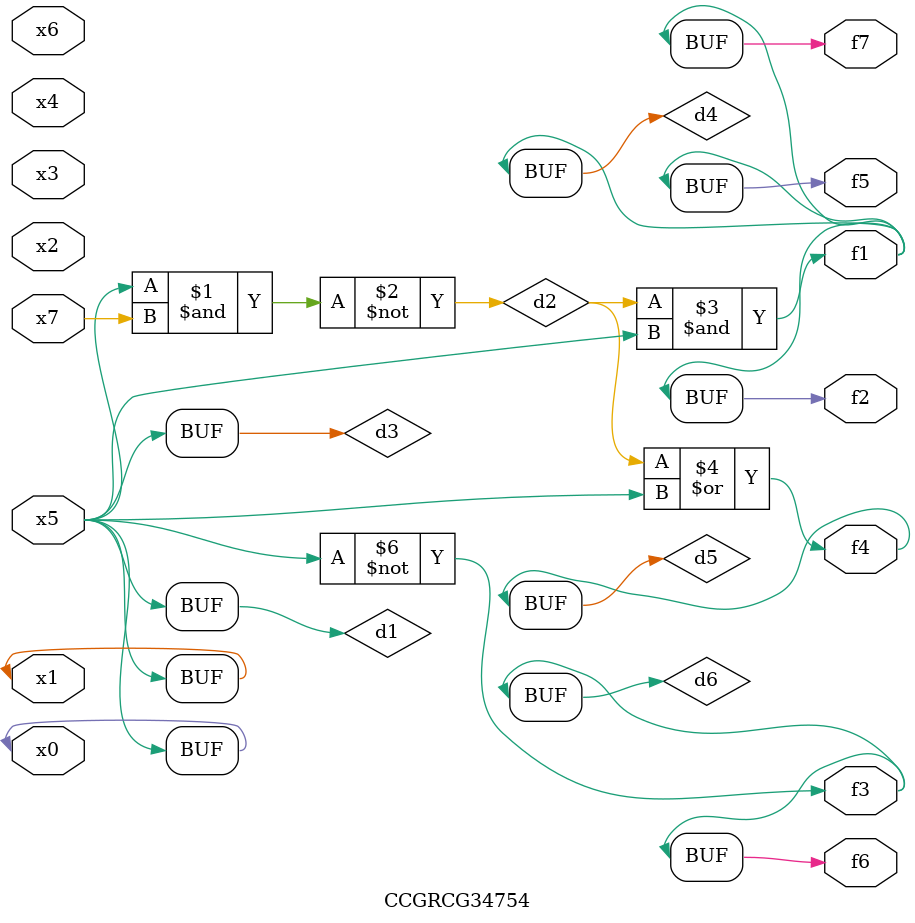
<source format=v>
module CCGRCG34754(
	input x0, x1, x2, x3, x4, x5, x6, x7,
	output f1, f2, f3, f4, f5, f6, f7
);

	wire d1, d2, d3, d4, d5, d6;

	buf (d1, x0, x5);
	nand (d2, x5, x7);
	buf (d3, x0, x1);
	and (d4, d2, d3);
	or (d5, d2, d3);
	nor (d6, d1, d3);
	assign f1 = d4;
	assign f2 = d4;
	assign f3 = d6;
	assign f4 = d5;
	assign f5 = d4;
	assign f6 = d6;
	assign f7 = d4;
endmodule

</source>
